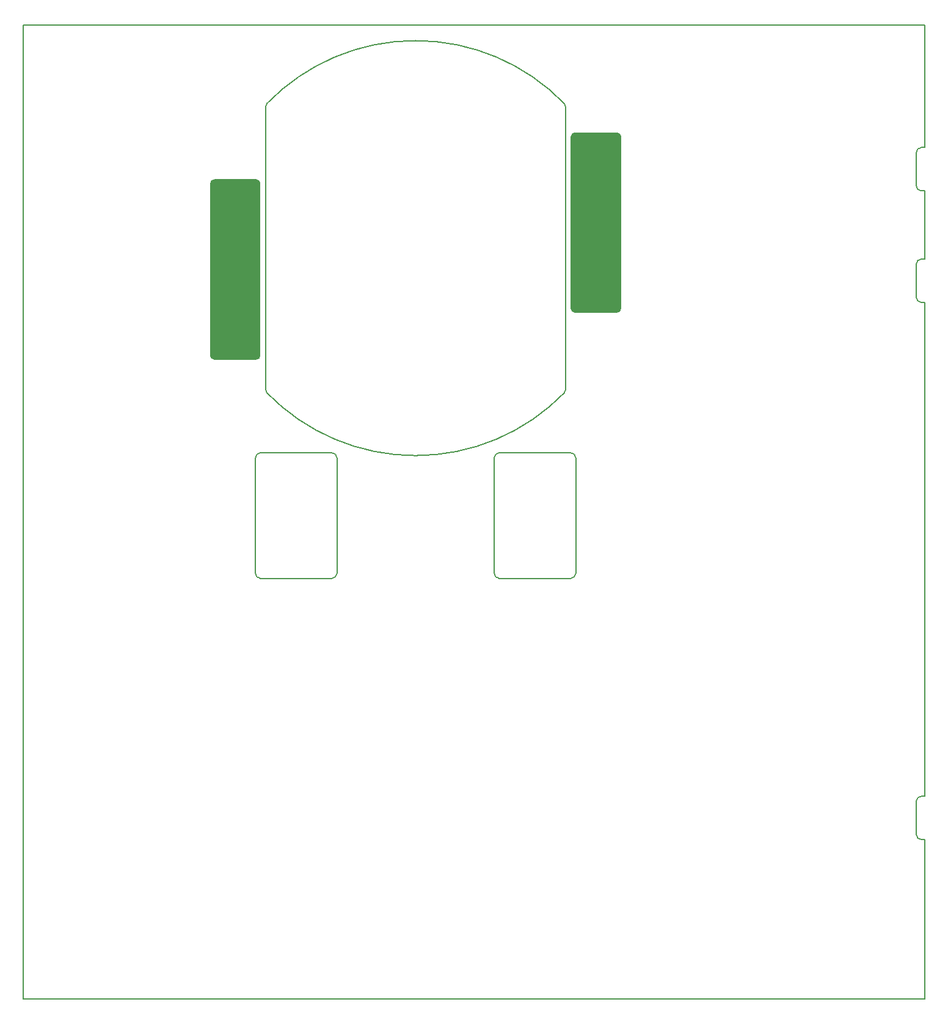
<source format=gbr>
%TF.GenerationSoftware,KiCad,Pcbnew,5.1.9-73d0e3b20d~88~ubuntu20.04.1*%
%TF.CreationDate,2021-04-09T17:18:55-07:00*%
%TF.ProjectId,ultrablinky,756c7472-6162-46c6-996e-6b792e6b6963,A*%
%TF.SameCoordinates,Original*%
%TF.FileFunction,Paste,Bot*%
%TF.FilePolarity,Positive*%
%FSLAX46Y46*%
G04 Gerber Fmt 4.6, Leading zero omitted, Abs format (unit mm)*
G04 Created by KiCad (PCBNEW 5.1.9-73d0e3b20d~88~ubuntu20.04.1) date 2021-04-09 17:18:55*
%MOMM*%
%LPD*%
G01*
G04 APERTURE LIST*
%TA.AperFunction,Profile*%
%ADD10C,0.150000*%
%TD*%
G04 APERTURE END LIST*
D10*
X178700000Y-142000000D02*
X178700000Y-164100000D01*
X178200000Y-142000000D02*
G75*
G02*
X177500000Y-141300000I0J700000D01*
G01*
X177500000Y-136700000D02*
G75*
G02*
X178200000Y-136000000I700000J0D01*
G01*
X177500000Y-136700000D02*
X177500000Y-141300000D01*
X178200000Y-142000000D02*
X178700000Y-142000000D01*
X178200000Y-136000000D02*
X178700000Y-136000000D01*
X178700000Y-67550000D02*
X178700000Y-136000000D01*
X178700000Y-61550000D02*
X178700000Y-52100000D01*
X177500000Y-62250000D02*
G75*
G02*
X178200000Y-61550000I700000J0D01*
G01*
X178200000Y-61550000D02*
X178700000Y-61550000D01*
X178200000Y-67550000D02*
G75*
G02*
X177500000Y-66850000I0J700000D01*
G01*
X178200000Y-67550000D02*
X178700000Y-67550000D01*
X177500000Y-62250000D02*
X177500000Y-66850000D01*
X178200000Y-52100000D02*
X178700000Y-52100000D01*
X178200000Y-46100000D02*
X178700000Y-46100000D01*
X177500000Y-46800000D02*
X177500000Y-51400000D01*
X178200000Y-52100000D02*
G75*
G02*
X177500000Y-51400000I0J700000D01*
G01*
X177500000Y-46800000D02*
G75*
G02*
X178200000Y-46100000I700000J0D01*
G01*
X87505025Y-80109975D02*
G75*
G02*
X87300000Y-79615000I494975J494975D01*
G01*
X128694975Y-39985025D02*
G75*
G02*
X128900000Y-40480000I-494975J-494975D01*
G01*
X87510025Y-39982025D02*
G75*
G03*
X87305000Y-40477000I494975J-494975D01*
G01*
X128694975Y-80104975D02*
G75*
G03*
X128900000Y-79610000I-494975J494975D01*
G01*
X130300000Y-105100000D02*
G75*
G02*
X129600000Y-105800000I-700000J0D01*
G01*
X119700000Y-105800000D02*
G75*
G02*
X119000000Y-105100000I0J700000D01*
G01*
X129600000Y-88400000D02*
G75*
G02*
X130300000Y-89100000I0J-700000D01*
G01*
X119000000Y-89100000D02*
G75*
G02*
X119700000Y-88400000I700000J0D01*
G01*
X85900000Y-89100000D02*
G75*
G02*
X86600000Y-88400000I700000J0D01*
G01*
X96500000Y-88400000D02*
G75*
G02*
X97200000Y-89100000I0J-700000D01*
G01*
X97200000Y-105100000D02*
G75*
G02*
X96500000Y-105800000I-700000J0D01*
G01*
X86600000Y-105800000D02*
G75*
G02*
X85900000Y-105100000I0J700000D01*
G01*
X119000000Y-105100000D02*
X119000000Y-89100000D01*
X129600000Y-105800000D02*
X119700000Y-105800000D01*
X129600000Y-88400000D02*
X119700000Y-88400000D01*
X130300000Y-105100000D02*
X130300000Y-89100000D01*
X96500000Y-105800000D02*
X86600000Y-105800000D01*
X97200000Y-105100000D02*
X97200000Y-89100000D01*
X96500000Y-88400000D02*
X86600000Y-88400000D01*
X85900000Y-105100000D02*
X85900000Y-89100000D01*
X128697474Y-80107415D02*
G75*
G02*
X87505025Y-80109975I-20597474J20107415D01*
G01*
X87300000Y-79615000D02*
X87305000Y-40477000D01*
X128900000Y-79610000D02*
X128900000Y-40480000D01*
X87508953Y-39980983D02*
G75*
G02*
X128694975Y-39985025I20591047J-20019017D01*
G01*
X53700000Y-29100000D02*
X178700000Y-29100000D01*
X53700000Y-164100000D02*
X178700000Y-164100000D01*
X178700000Y-46100000D02*
X178700000Y-29100000D01*
X53700000Y-164100000D02*
X53700000Y-29100000D01*
%TO.C,D5*%
G36*
G01*
X86600000Y-51081000D02*
X86600000Y-74919000D01*
G75*
G02*
X86019000Y-75500000I-581000J0D01*
G01*
X80181000Y-75500000D01*
G75*
G02*
X79600000Y-74919000I0J581000D01*
G01*
X79600000Y-51081000D01*
G75*
G02*
X80181000Y-50500000I581000J0D01*
G01*
X86019000Y-50500000D01*
G75*
G02*
X86600000Y-51081000I0J-581000D01*
G01*
G37*
G36*
G01*
X136600000Y-44581000D02*
X136600000Y-68419000D01*
G75*
G02*
X136019000Y-69000000I-581000J0D01*
G01*
X130181000Y-69000000D01*
G75*
G02*
X129600000Y-68419000I0J581000D01*
G01*
X129600000Y-44581000D01*
G75*
G02*
X130181000Y-44000000I581000J0D01*
G01*
X136019000Y-44000000D01*
G75*
G02*
X136600000Y-44581000I0J-581000D01*
G01*
G37*
%TD*%
M02*

</source>
